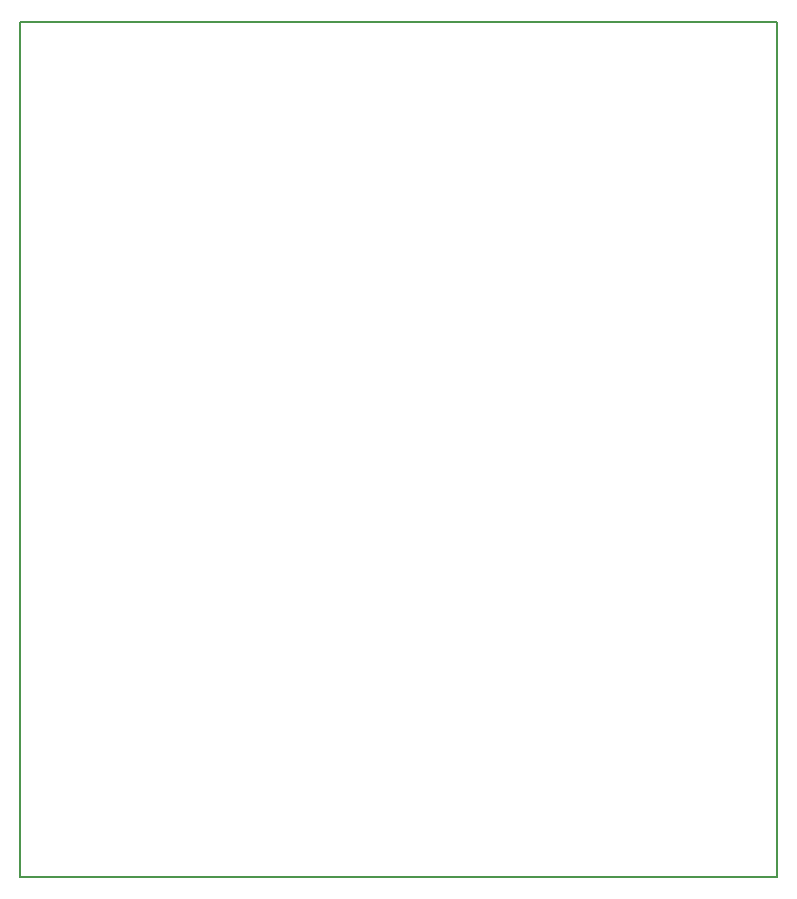
<source format=gm1>
G04 #@! TF.FileFunction,Profile,NP*
%FSLAX46Y46*%
G04 Gerber Fmt 4.6, Leading zero omitted, Abs format (unit mm)*
G04 Created by KiCad (PCBNEW 4.0.2-stable) date Sunday, 28 August 2016 12:14:49*
%MOMM*%
G01*
G04 APERTURE LIST*
%ADD10C,0.100000*%
%ADD11C,0.150000*%
G04 APERTURE END LIST*
D10*
D11*
X161925000Y-128270000D02*
X97790000Y-128270000D01*
X161925000Y-55880000D02*
X161925000Y-128270000D01*
X97790000Y-55880000D02*
X161925000Y-55880000D01*
X97790000Y-128270000D02*
X97790000Y-55880000D01*
M02*

</source>
